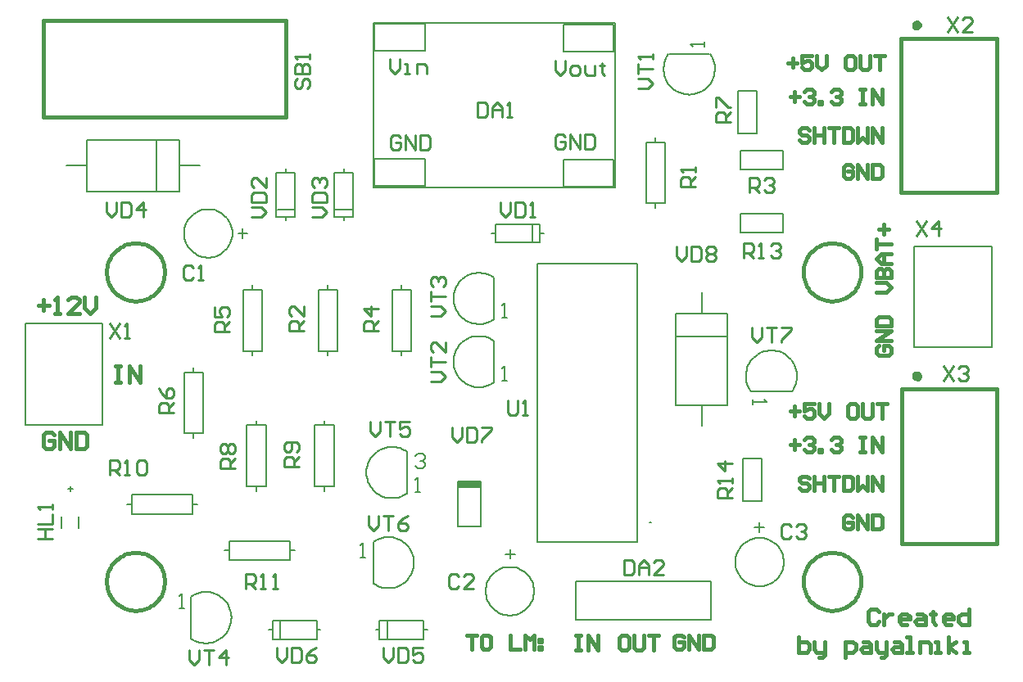
<source format=gto>
G04*
G04 #@! TF.GenerationSoftware,Altium Limited,Altium Designer,20.0.11 (256)*
G04*
G04 Layer_Color=65535*
%FSLAX25Y25*%
%MOIN*%
G70*
G01*
G75*
%ADD10C,0.00787*%
%ADD11C,0.00600*%
%ADD12C,0.02756*%
%ADD13C,0.01575*%
%ADD14C,0.00591*%
%ADD15C,0.01000*%
%ADD16R,0.09291X0.02622*%
D10*
X312601Y117047D02*
X313130Y117884D01*
X313577Y118766D01*
X313938Y119687D01*
X314210Y120638D01*
X314391Y121611D01*
X314479Y122596D01*
X314474Y123585D01*
X314374Y124570D01*
X314182Y125540D01*
X313899Y126488D01*
X313527Y127405D01*
X313071Y128282D01*
X312533Y129113D01*
X311919Y129888D01*
X311234Y130602D01*
X310485Y131248D01*
X309678Y131820D01*
X308820Y132313D01*
X307919Y132723D01*
X306984Y133045D01*
X306023Y133277D01*
X305043Y133418D01*
X304055Y133465D01*
X303067Y133418D01*
X302088Y133277D01*
X301126Y133045D01*
X300191Y132723D01*
X299290Y132313D01*
X298433Y131820D01*
X297626Y131248D01*
X296876Y130602D01*
X296192Y129888D01*
X295578Y129113D01*
X295040Y128282D01*
X294583Y127405D01*
X294211Y126488D01*
X293928Y125540D01*
X293736Y124570D01*
X293637Y123585D01*
X293631Y122596D01*
X293719Y121611D01*
X293900Y120638D01*
X294173Y119687D01*
X294534Y118766D01*
X294981Y117884D01*
X295509Y117047D01*
X262044Y254016D02*
X261516Y253179D01*
X261069Y252297D01*
X260708Y251376D01*
X260436Y250425D01*
X260255Y249452D01*
X260167Y248467D01*
X260172Y247478D01*
X260272Y246493D01*
X260464Y245523D01*
X260747Y244575D01*
X261118Y243658D01*
X261575Y242781D01*
X262113Y241950D01*
X262727Y241175D01*
X263412Y240461D01*
X264161Y239815D01*
X264968Y239243D01*
X265826Y238750D01*
X266726Y238340D01*
X267662Y238018D01*
X268623Y237786D01*
X269602Y237645D01*
X270591Y237598D01*
X271579Y237645D01*
X272558Y237786D01*
X273519Y238018D01*
X274455Y238340D01*
X275355Y238750D01*
X276213Y239243D01*
X277020Y239815D01*
X277769Y240461D01*
X278454Y241175D01*
X279068Y241950D01*
X279606Y242781D01*
X280063Y243658D01*
X280434Y244575D01*
X280717Y245523D01*
X280910Y246493D01*
X281009Y247478D01*
X281014Y248467D01*
X280926Y249452D01*
X280745Y250425D01*
X280473Y251376D01*
X280112Y252297D01*
X279665Y253179D01*
X279137Y254016D01*
X191024Y137405D02*
X190187Y137933D01*
X189305Y138380D01*
X188384Y138741D01*
X187433Y139013D01*
X186460Y139194D01*
X185475Y139282D01*
X184485Y139277D01*
X183501Y139177D01*
X182531Y138985D01*
X181583Y138702D01*
X180666Y138330D01*
X179789Y137874D01*
X178958Y137336D01*
X178183Y136722D01*
X177469Y136037D01*
X176823Y135288D01*
X176251Y134481D01*
X175758Y133623D01*
X175348Y132722D01*
X175026Y131787D01*
X174794Y130826D01*
X174653Y129846D01*
X174606Y128858D01*
X174653Y127870D01*
X174794Y126891D01*
X175026Y125929D01*
X175348Y124994D01*
X175758Y124094D01*
X176251Y123236D01*
X176823Y122429D01*
X177469Y121679D01*
X178183Y120995D01*
X178958Y120381D01*
X179789Y119843D01*
X180666Y119386D01*
X181583Y119014D01*
X182531Y118731D01*
X183501Y118539D01*
X184485Y118440D01*
X185475Y118434D01*
X186460Y118522D01*
X187433Y118703D01*
X188384Y118976D01*
X189305Y119337D01*
X190187Y119784D01*
X191024Y120312D01*
Y163153D02*
X190187Y163681D01*
X189305Y164128D01*
X188384Y164489D01*
X187433Y164761D01*
X186460Y164942D01*
X185475Y165030D01*
X184485Y165025D01*
X183501Y164925D01*
X182531Y164733D01*
X181583Y164450D01*
X180666Y164078D01*
X179789Y163622D01*
X178958Y163084D01*
X178183Y162470D01*
X177469Y161785D01*
X176823Y161036D01*
X176251Y160229D01*
X175758Y159371D01*
X175348Y158470D01*
X175026Y157535D01*
X174794Y156574D01*
X174653Y155594D01*
X174606Y154606D01*
X174653Y153618D01*
X174794Y152639D01*
X175026Y151677D01*
X175348Y150742D01*
X175758Y149842D01*
X176251Y148984D01*
X176823Y148177D01*
X177469Y147427D01*
X178183Y146743D01*
X178958Y146129D01*
X179789Y145591D01*
X180666Y145134D01*
X181583Y144762D01*
X182531Y144479D01*
X183501Y144287D01*
X184485Y144188D01*
X185475Y144182D01*
X186460Y144270D01*
X187433Y144451D01*
X188384Y144724D01*
X189305Y145085D01*
X190187Y145532D01*
X191024Y146060D01*
X67835Y16139D02*
X68671Y15610D01*
X69554Y15164D01*
X70475Y14803D01*
X71426Y14530D01*
X72398Y14349D01*
X73384Y14261D01*
X74373Y14267D01*
X75357Y14366D01*
X76328Y14558D01*
X77275Y14841D01*
X78192Y15213D01*
X79070Y15670D01*
X79900Y16207D01*
X80676Y16822D01*
X81389Y17506D01*
X82035Y18256D01*
X82607Y19063D01*
X83100Y19920D01*
X83510Y20821D01*
X83832Y21756D01*
X84065Y22718D01*
X84205Y23697D01*
X84252Y24685D01*
X84205Y25673D01*
X84065Y26652D01*
X83832Y27614D01*
X83510Y28549D01*
X83100Y29450D01*
X82607Y30307D01*
X82035Y31115D01*
X81389Y31864D01*
X80676Y32549D01*
X79900Y33163D01*
X79070Y33700D01*
X78192Y34157D01*
X77275Y34529D01*
X76328Y34812D01*
X75357Y35004D01*
X74373Y35103D01*
X73384Y35109D01*
X72398Y35021D01*
X71426Y34840D01*
X70475Y34568D01*
X69554Y34206D01*
X68671Y33760D01*
X67835Y33231D01*
X155590Y92286D02*
X154754Y92815D01*
X153872Y93262D01*
X152951Y93623D01*
X151999Y93895D01*
X151027Y94076D01*
X150042Y94164D01*
X149052Y94159D01*
X148068Y94059D01*
X147098Y93867D01*
X146150Y93584D01*
X145233Y93212D01*
X144355Y92756D01*
X143525Y92218D01*
X142750Y91604D01*
X142036Y90919D01*
X141390Y90170D01*
X140818Y89363D01*
X140325Y88505D01*
X139915Y87604D01*
X139593Y86669D01*
X139360Y85708D01*
X139220Y84728D01*
X139173Y83740D01*
X139220Y82752D01*
X139360Y81773D01*
X139593Y80811D01*
X139915Y79876D01*
X140325Y78975D01*
X140818Y78118D01*
X141390Y77311D01*
X142036Y76561D01*
X142750Y75877D01*
X143525Y75262D01*
X144355Y74725D01*
X145233Y74268D01*
X146150Y73896D01*
X147098Y73613D01*
X148068Y73421D01*
X149052Y73322D01*
X150042Y73316D01*
X151027Y73404D01*
X151999Y73585D01*
X152951Y73858D01*
X153872Y74219D01*
X154754Y74665D01*
X155590Y75194D01*
X142124Y38501D02*
X142961Y37973D01*
X143843Y37526D01*
X144764Y37165D01*
X145715Y36892D01*
X146688Y36711D01*
X147673Y36623D01*
X148663Y36629D01*
X149647Y36728D01*
X150617Y36920D01*
X151565Y37203D01*
X152482Y37575D01*
X153359Y38032D01*
X154190Y38570D01*
X154965Y39184D01*
X155679Y39869D01*
X156325Y40618D01*
X156897Y41425D01*
X157390Y42283D01*
X157800Y43183D01*
X158122Y44118D01*
X158355Y45080D01*
X158495Y46059D01*
X158542Y47047D01*
X158495Y48035D01*
X158355Y49015D01*
X158122Y49976D01*
X157800Y50911D01*
X157390Y51812D01*
X156897Y52670D01*
X156325Y53477D01*
X155679Y54226D01*
X154965Y54911D01*
X154190Y55525D01*
X153359Y56063D01*
X152482Y56520D01*
X151565Y56891D01*
X150617Y57174D01*
X149647Y57366D01*
X148663Y57466D01*
X147673Y57471D01*
X146688Y57383D01*
X145715Y57202D01*
X144764Y56930D01*
X143843Y56569D01*
X142961Y56122D01*
X142124Y55594D01*
X207418Y35433D02*
X207368Y36429D01*
X207217Y37414D01*
X206967Y38380D01*
X206621Y39314D01*
X206182Y40210D01*
X205654Y41056D01*
X205044Y41844D01*
X204357Y42567D01*
X203601Y43216D01*
X202782Y43786D01*
X201910Y44270D01*
X200994Y44663D01*
X200043Y44961D01*
X199066Y45162D01*
X198074Y45263D01*
X197077D01*
X196085Y45162D01*
X195109Y44961D01*
X194157Y44663D01*
X193241Y44270D01*
X192369Y43786D01*
X191551Y43216D01*
X190795Y42567D01*
X190108Y41844D01*
X189497Y41056D01*
X188970Y40210D01*
X188531Y39314D01*
X188185Y38380D01*
X187935Y37414D01*
X187784Y36429D01*
X187733Y35433D01*
X187784Y34437D01*
X187935Y33452D01*
X188185Y32487D01*
X188531Y31552D01*
X188970Y30656D01*
X189497Y29810D01*
X190108Y29022D01*
X190795Y28299D01*
X191551Y27650D01*
X192369Y27080D01*
X193241Y26596D01*
X194157Y26203D01*
X195109Y25905D01*
X196085Y25704D01*
X197077Y25603D01*
X198074D01*
X199066Y25704D01*
X200043Y25905D01*
X200994Y26203D01*
X201910Y26596D01*
X202782Y27080D01*
X203601Y27650D01*
X204357Y28299D01*
X205044Y29022D01*
X205654Y29810D01*
X206182Y30656D01*
X206621Y31552D01*
X206967Y32487D01*
X207217Y33452D01*
X207368Y34437D01*
X207418Y35433D01*
X309055Y47244D02*
X309005Y48240D01*
X308854Y49225D01*
X308604Y50191D01*
X308258Y51126D01*
X307818Y52021D01*
X307291Y52867D01*
X306681Y53655D01*
X305994Y54378D01*
X305237Y55027D01*
X304419Y55597D01*
X303547Y56081D01*
X302631Y56474D01*
X301680Y56772D01*
X300703Y56973D01*
X299711Y57074D01*
X298714D01*
X297722Y56973D01*
X296746Y56772D01*
X295794Y56474D01*
X294878Y56081D01*
X294006Y55597D01*
X293188Y55027D01*
X292431Y54378D01*
X291744Y53655D01*
X291134Y52867D01*
X290607Y52021D01*
X290168Y51126D01*
X289822Y50191D01*
X289572Y49225D01*
X289421Y48240D01*
X289370Y47244D01*
X289421Y46248D01*
X289572Y45263D01*
X289822Y44298D01*
X290168Y43363D01*
X290607Y42467D01*
X291134Y41621D01*
X291744Y40833D01*
X292431Y40110D01*
X293188Y39461D01*
X294006Y38891D01*
X294878Y38407D01*
X295794Y38014D01*
X296746Y37716D01*
X297722Y37515D01*
X298714Y37414D01*
X299711D01*
X300703Y37515D01*
X301680Y37716D01*
X302631Y38014D01*
X303547Y38407D01*
X304419Y38891D01*
X305237Y39461D01*
X305994Y40110D01*
X306681Y40833D01*
X307291Y41621D01*
X307818Y42467D01*
X308258Y43363D01*
X308604Y44298D01*
X308854Y45263D01*
X309005Y46248D01*
X309055Y47244D01*
X84646Y181102D02*
X84595Y182098D01*
X84444Y183084D01*
X84194Y184049D01*
X83848Y184984D01*
X83409Y185879D01*
X82881Y186725D01*
X82271Y187513D01*
X81584Y188236D01*
X80828Y188886D01*
X80010Y189455D01*
X79138Y189939D01*
X78221Y190332D01*
X77270Y190631D01*
X76294Y190831D01*
X75302Y190932D01*
X74305D01*
X73313Y190831D01*
X72336Y190631D01*
X71385Y190332D01*
X70469Y189939D01*
X69597Y189455D01*
X68779Y188886D01*
X68022Y188236D01*
X67335Y187513D01*
X66725Y186725D01*
X66197Y185879D01*
X65758Y184984D01*
X65412Y184049D01*
X65162Y183084D01*
X65011Y182098D01*
X64961Y181102D01*
X65011Y180107D01*
X65162Y179121D01*
X65412Y178156D01*
X65758Y177221D01*
X66197Y176326D01*
X66725Y175480D01*
X67335Y174691D01*
X68022Y173969D01*
X68779Y173319D01*
X69597Y172749D01*
X70469Y172266D01*
X71385Y171872D01*
X72336Y171574D01*
X73313Y171373D01*
X74305Y171273D01*
X75302D01*
X76294Y171373D01*
X77270Y171574D01*
X78221Y171872D01*
X79138Y172266D01*
X80010Y172750D01*
X80828Y173319D01*
X81584Y173969D01*
X82271Y174691D01*
X82882Y175480D01*
X83409Y176326D01*
X83848Y177221D01*
X84194Y178156D01*
X84444Y179121D01*
X84595Y180107D01*
X84646Y181102D01*
X295787Y116929D02*
X312323D01*
X262323Y254134D02*
X278858D01*
X191142Y120591D02*
Y137126D01*
Y146339D02*
Y162874D01*
X67716Y16417D02*
Y32953D01*
X155709Y75472D02*
Y92008D01*
X142006Y38780D02*
Y55315D01*
X291535Y181387D02*
X308858D01*
X291535Y189261D02*
X308858D01*
Y181387D02*
Y189261D01*
X291535Y181387D02*
Y189261D01*
X300197Y72047D02*
Y89370D01*
X292323Y72047D02*
Y89370D01*
X300197D01*
X292323Y72047D02*
X300197D01*
X298228Y221654D02*
Y238976D01*
X290354Y221654D02*
Y238976D01*
X298228D01*
X290354Y221654D02*
X298228D01*
X291535Y207073D02*
X308858D01*
X291535Y214947D02*
X308858D01*
Y207073D02*
Y214947D01*
X291535Y207073D02*
Y214947D01*
X176457Y61742D02*
Y79990D01*
X185748D01*
Y61742D02*
Y79990D01*
X176457Y61742D02*
X185748D01*
X53634Y198504D02*
Y218819D01*
X17126Y208661D02*
X25583D01*
X62984D02*
X71441D01*
X62984Y198228D02*
Y219094D01*
X25583D02*
X62984D01*
X25583Y198228D02*
Y219094D01*
Y198228D02*
X62984D01*
X286022Y111205D02*
Y148607D01*
X265156Y111205D02*
X286022D01*
X265156D02*
Y148607D01*
X286022D01*
X275589D02*
Y157064D01*
Y102749D02*
Y111205D01*
X265432Y139257D02*
X285747D01*
X279528Y23622D02*
Y39370D01*
X224410D02*
X279528D01*
X224410Y23622D02*
Y39370D01*
Y23622D02*
X279528D01*
X190236Y181102D02*
X191811D01*
X209764D02*
X211339D01*
X206693Y177736D02*
Y184468D01*
X209764Y177342D02*
Y184862D01*
X191811D02*
X209764D01*
X191811Y177342D02*
Y184862D01*
Y177342D02*
X209764D01*
X162520Y19685D02*
X164094D01*
X142992D02*
X144567D01*
X147638Y16319D02*
Y23051D01*
X144567Y15925D02*
Y23445D01*
Y15925D02*
X162520D01*
Y23445D01*
X144567D02*
X162520D01*
X118965Y19685D02*
X120539D01*
X99437D02*
X101012D01*
X104083Y16319D02*
Y23051D01*
X101012Y15925D02*
Y23445D01*
Y15925D02*
X118965D01*
Y23445D01*
X101012D02*
X118965D01*
X219306Y257975D02*
Y263487D01*
X239836Y255217D02*
Y266240D01*
X219305D02*
X239836D01*
X219305Y255217D02*
X239836D01*
X219306Y263487D02*
Y266243D01*
Y255219D02*
Y257975D01*
X163096Y258167D02*
Y263679D01*
X142565Y255413D02*
Y266437D01*
Y255413D02*
X163097D01*
X142565Y266437D02*
X163097D01*
X163096Y255411D02*
Y258167D01*
Y263679D02*
Y266434D01*
X219306Y202857D02*
Y208369D01*
X239836Y200099D02*
Y211122D01*
X219305D02*
X239836D01*
X219305Y200099D02*
X239836D01*
X219306Y208369D02*
Y211125D01*
Y200101D02*
Y202857D01*
X163096Y203049D02*
Y208560D01*
X142565Y200295D02*
Y211319D01*
Y200295D02*
X163097D01*
X142565Y211319D02*
X163097D01*
X163096Y200293D02*
Y203049D01*
Y208560D02*
Y211316D01*
X106299Y205827D02*
Y207402D01*
Y186299D02*
Y187874D01*
X102933Y190945D02*
X109665D01*
X102539Y187874D02*
X110059D01*
Y205827D01*
X102539D02*
X110059D01*
X102539Y187874D02*
Y205827D01*
X17717Y76968D02*
X19685D01*
X18701Y75984D02*
Y77953D01*
X15157Y61024D02*
Y65945D01*
X22244Y61024D02*
Y65945D01*
X129921Y205827D02*
Y207402D01*
Y186299D02*
Y187874D01*
X126555Y190945D02*
X133287D01*
X126161Y187874D02*
X133681D01*
Y205827D01*
X126161D02*
X133681D01*
X126161Y187874D02*
Y205827D01*
D11*
X255097Y63450D02*
X254497D01*
X255097D01*
X249548Y55469D02*
Y168669D01*
X208748Y55469D02*
X249548D01*
X208748D02*
Y168669D01*
X249548D01*
D12*
X364075Y265709D02*
X363531Y266458D01*
X362650Y266172D01*
Y265246D01*
X363531Y264960D01*
X364075Y265709D01*
X364134Y122832D02*
X363590Y123581D01*
X362710Y123294D01*
Y122369D01*
X363590Y122083D01*
X364134Y122832D01*
D13*
X340551Y165354D02*
X340509Y166356D01*
X340381Y167350D01*
X340170Y168330D01*
X339877Y169289D01*
X339503Y170219D01*
X339051Y171115D01*
X338526Y171968D01*
X337930Y172774D01*
X337267Y173527D01*
X336543Y174221D01*
X335763Y174850D01*
X334933Y175412D01*
X334057Y175901D01*
X333144Y176314D01*
X332199Y176648D01*
X331228Y176900D01*
X330240Y177070D01*
X329241Y177155D01*
X328239D01*
X327240Y177070D01*
X326252Y176900D01*
X325282Y176648D01*
X324336Y176314D01*
X323423Y175901D01*
X322548Y175412D01*
X321717Y174850D01*
X320937Y174221D01*
X320213Y173527D01*
X319551Y172774D01*
X318955Y171968D01*
X318429Y171115D01*
X317978Y170219D01*
X317604Y169289D01*
X317310Y168330D01*
X317099Y167350D01*
X316972Y166356D01*
X316929Y165354D01*
X316972Y164353D01*
X317099Y163358D01*
X317310Y162378D01*
X317604Y161420D01*
X317978Y160489D01*
X318429Y159594D01*
X318955Y158740D01*
X319551Y157934D01*
X320213Y157182D01*
X320937Y156488D01*
X321717Y155858D01*
X322548Y155297D01*
X323423Y154808D01*
X324336Y154395D01*
X325282Y154061D01*
X326252Y153808D01*
X327240Y153639D01*
X328239Y153554D01*
X329241D01*
X330240Y153639D01*
X331228Y153808D01*
X332199Y154061D01*
X333144Y154395D01*
X334058Y154808D01*
X334933Y155297D01*
X335763Y155858D01*
X336543Y156488D01*
X337267Y157182D01*
X337930Y157934D01*
X338526Y158740D01*
X339051Y159594D01*
X339503Y160489D01*
X339877Y161420D01*
X340170Y162378D01*
X340381Y163358D01*
X340509Y164353D01*
X340551Y165354D01*
X57087D02*
X57044Y166356D01*
X56917Y167350D01*
X56705Y168330D01*
X56412Y169289D01*
X56038Y170219D01*
X55587Y171115D01*
X55061Y171968D01*
X54465Y172774D01*
X53803Y173527D01*
X53079Y174221D01*
X52299Y174850D01*
X51468Y175412D01*
X50593Y175901D01*
X49679Y176314D01*
X48734Y176648D01*
X47764Y176900D01*
X46776Y177070D01*
X45777Y177155D01*
X44774D01*
X43775Y177070D01*
X42787Y176900D01*
X41817Y176648D01*
X40872Y176314D01*
X39958Y175901D01*
X39083Y175412D01*
X38252Y174850D01*
X37472Y174221D01*
X36749Y173527D01*
X36086Y172774D01*
X35490Y171968D01*
X34964Y171115D01*
X34513Y170219D01*
X34139Y169289D01*
X33846Y168330D01*
X33634Y167350D01*
X33507Y166356D01*
X33465Y165354D01*
X33507Y164353D01*
X33634Y163358D01*
X33846Y162378D01*
X34139Y161420D01*
X34513Y160489D01*
X34964Y159594D01*
X35490Y158740D01*
X36086Y157934D01*
X36749Y157182D01*
X37472Y156488D01*
X38252Y155858D01*
X39083Y155297D01*
X39958Y154808D01*
X40872Y154395D01*
X41817Y154061D01*
X42787Y153808D01*
X43775Y153639D01*
X44774Y153554D01*
X45777D01*
X46776Y153639D01*
X47764Y153808D01*
X48734Y154061D01*
X49679Y154395D01*
X50593Y154808D01*
X51468Y155297D01*
X52299Y155858D01*
X53079Y156488D01*
X53803Y157182D01*
X54465Y157934D01*
X55061Y158740D01*
X55587Y159594D01*
X56038Y160489D01*
X56412Y161420D01*
X56705Y162378D01*
X56917Y163358D01*
X57044Y164353D01*
X57087Y165354D01*
X340551Y39370D02*
X340509Y40372D01*
X340381Y41366D01*
X340170Y42346D01*
X339877Y43305D01*
X339503Y44235D01*
X339051Y45130D01*
X338526Y45984D01*
X337930Y46790D01*
X337267Y47543D01*
X336543Y48236D01*
X335763Y48866D01*
X334933Y49428D01*
X334057Y49916D01*
X333144Y50329D01*
X332199Y50663D01*
X331228Y50916D01*
X330240Y51085D01*
X329241Y51170D01*
X328239D01*
X327240Y51085D01*
X326252Y50916D01*
X325282Y50663D01*
X324336Y50329D01*
X323423Y49916D01*
X322548Y49428D01*
X321717Y48866D01*
X320937Y48236D01*
X320213Y47543D01*
X319551Y46790D01*
X318955Y45984D01*
X318429Y45130D01*
X317978Y44235D01*
X317604Y43305D01*
X317310Y42346D01*
X317099Y41366D01*
X316972Y40372D01*
X316929Y39370D01*
X316972Y38368D01*
X317099Y37374D01*
X317310Y36394D01*
X317604Y35435D01*
X317978Y34505D01*
X318429Y33610D01*
X318955Y32756D01*
X319551Y31950D01*
X320213Y31198D01*
X320937Y30504D01*
X321717Y29874D01*
X322548Y29313D01*
X323423Y28824D01*
X324336Y28411D01*
X325282Y28077D01*
X326252Y27824D01*
X327240Y27655D01*
X328239Y27570D01*
X329241D01*
X330240Y27655D01*
X331228Y27824D01*
X332199Y28077D01*
X333144Y28411D01*
X334058Y28824D01*
X334933Y29313D01*
X335763Y29874D01*
X336543Y30504D01*
X337267Y31198D01*
X337930Y31950D01*
X338526Y32756D01*
X339051Y33610D01*
X339503Y34505D01*
X339877Y35435D01*
X340170Y36394D01*
X340381Y37374D01*
X340509Y38368D01*
X340551Y39370D01*
X57087D02*
X57044Y40372D01*
X56917Y41366D01*
X56705Y42346D01*
X56412Y43305D01*
X56038Y44235D01*
X55587Y45130D01*
X55061Y45984D01*
X54465Y46790D01*
X53803Y47543D01*
X53079Y48236D01*
X52299Y48866D01*
X51468Y49428D01*
X50593Y49916D01*
X49679Y50329D01*
X48734Y50663D01*
X47764Y50916D01*
X46776Y51085D01*
X45777Y51170D01*
X44774D01*
X43775Y51085D01*
X42787Y50916D01*
X41817Y50663D01*
X40872Y50329D01*
X39958Y49916D01*
X39083Y49428D01*
X38252Y48866D01*
X37472Y48236D01*
X36749Y47543D01*
X36086Y46790D01*
X35490Y45984D01*
X34964Y45130D01*
X34513Y44235D01*
X34139Y43305D01*
X33846Y42346D01*
X33634Y41366D01*
X33507Y40372D01*
X33465Y39370D01*
X33507Y38368D01*
X33634Y37374D01*
X33846Y36394D01*
X34139Y35435D01*
X34513Y34505D01*
X34964Y33610D01*
X35490Y32756D01*
X36086Y31950D01*
X36749Y31198D01*
X37472Y30504D01*
X38252Y29874D01*
X39083Y29313D01*
X39958Y28824D01*
X40872Y28411D01*
X41817Y28077D01*
X42787Y27824D01*
X43775Y27655D01*
X44774Y27570D01*
X45777D01*
X46776Y27655D01*
X47764Y27824D01*
X48734Y28077D01*
X49679Y28411D01*
X50593Y28824D01*
X51468Y29313D01*
X52299Y29874D01*
X53079Y30504D01*
X53803Y31198D01*
X54465Y31950D01*
X55061Y32756D01*
X55587Y33610D01*
X56038Y34505D01*
X56412Y35435D01*
X56705Y36394D01*
X56917Y37374D01*
X57044Y38368D01*
X57087Y39370D01*
X356890Y260591D02*
X395669D01*
Y197795D02*
Y260591D01*
X356890Y197795D02*
X395669D01*
X356890D02*
Y260591D01*
X356949Y54918D02*
Y117713D01*
Y54918D02*
X395729D01*
Y117713D01*
X356949D02*
X395729D01*
X7874Y228346D02*
Y267717D01*
X106299D01*
X7874Y228346D02*
X106299D01*
Y267717D01*
X347698Y27152D02*
X346649Y28201D01*
X344550D01*
X343500Y27152D01*
Y22954D01*
X344550Y21904D01*
X346649D01*
X347698Y22954D01*
X349798Y26102D02*
Y21904D01*
Y24003D01*
X350847Y25053D01*
X351897Y26102D01*
X352946D01*
X359243Y21904D02*
X357144D01*
X356095Y22954D01*
Y25053D01*
X357144Y26102D01*
X359243D01*
X360293Y25053D01*
Y24003D01*
X356095D01*
X363441Y26102D02*
X365540D01*
X366590Y25053D01*
Y21904D01*
X363441D01*
X362392Y22954D01*
X363441Y24003D01*
X366590D01*
X369739Y27152D02*
Y26102D01*
X368689D01*
X370788D01*
X369739D01*
Y22954D01*
X370788Y21904D01*
X377085D02*
X374986D01*
X373937Y22954D01*
Y25053D01*
X374986Y26102D01*
X377085D01*
X378135Y25053D01*
Y24003D01*
X373937D01*
X384432Y28201D02*
Y21904D01*
X381283D01*
X380234Y22954D01*
Y25053D01*
X381283Y26102D01*
X384432D01*
X315163Y16865D02*
Y10568D01*
X318312D01*
X319361Y11618D01*
Y12667D01*
Y13717D01*
X318312Y14766D01*
X315163D01*
X321460D02*
Y11618D01*
X322510Y10568D01*
X325658D01*
Y9519D01*
X324609Y8469D01*
X323559D01*
X325658Y10568D02*
Y14766D01*
X334055Y8469D02*
Y14766D01*
X337203D01*
X338253Y13717D01*
Y11618D01*
X337203Y10568D01*
X334055D01*
X341401Y14766D02*
X343500D01*
X344550Y13717D01*
Y10568D01*
X341401D01*
X340352Y11618D01*
X341401Y12667D01*
X344550D01*
X346649Y14766D02*
Y11618D01*
X347698Y10568D01*
X350847D01*
Y9519D01*
X349798Y8469D01*
X348748D01*
X350847Y10568D02*
Y14766D01*
X353996D02*
X356095D01*
X357144Y13717D01*
Y10568D01*
X353996D01*
X352946Y11618D01*
X353996Y12667D01*
X357144D01*
X359243Y10568D02*
X361342D01*
X360293D01*
Y16865D01*
X359243D01*
X364491Y10568D02*
Y14766D01*
X367639D01*
X368689Y13717D01*
Y10568D01*
X370788D02*
X372887D01*
X371838D01*
Y14766D01*
X370788D01*
X376036Y10568D02*
Y16865D01*
Y12667D02*
X379184Y14766D01*
X376036Y12667D02*
X379184Y10568D01*
X382333D02*
X384432D01*
X383382D01*
Y14766D01*
X382333D01*
X180020Y17616D02*
X183955D01*
X181988D01*
Y11713D01*
X188875Y17616D02*
X186907D01*
X185923Y16632D01*
Y12697D01*
X186907Y11713D01*
X188875D01*
X189859Y12697D01*
Y16632D01*
X188875Y17616D01*
X197731D02*
Y11713D01*
X201666D01*
X203634D02*
Y17616D01*
X205602Y15648D01*
X207570Y17616D01*
Y11713D01*
X209538Y15648D02*
X210522D01*
Y14664D01*
X209538D01*
Y15648D01*
Y12697D02*
X210522D01*
Y11713D01*
X209538D01*
Y12697D01*
X347836Y135432D02*
X346852Y134448D01*
Y132480D01*
X347836Y131496D01*
X351772D01*
X352756Y132480D01*
Y134448D01*
X351772Y135432D01*
X349804D01*
Y133464D01*
X352756Y137400D02*
X346852D01*
X352756Y141335D01*
X346852D01*
Y143303D02*
X352756D01*
Y146255D01*
X351772Y147239D01*
X347836D01*
X346852Y146255D01*
Y143303D01*
X346852Y157087D02*
X350788D01*
X352756Y159055D01*
X350788Y161022D01*
X346852D01*
Y162990D02*
X352756D01*
Y165942D01*
X351772Y166926D01*
X350788D01*
X349804Y165942D01*
Y162990D01*
Y165942D01*
X348820Y166926D01*
X347836D01*
X346852Y165942D01*
Y162990D01*
X352756Y168894D02*
X348820D01*
X346852Y170862D01*
X348820Y172829D01*
X352756D01*
X349804D01*
Y168894D01*
X346852Y174797D02*
Y178733D01*
Y176765D01*
X352756D01*
X349804Y180701D02*
Y184637D01*
X347836Y182669D02*
X351772D01*
X268503Y16632D02*
X267519Y17616D01*
X265551D01*
X264567Y16632D01*
Y12697D01*
X265551Y11713D01*
X267519D01*
X268503Y12697D01*
Y14664D01*
X266535D01*
X270470Y11713D02*
Y17616D01*
X274406Y11713D01*
Y17616D01*
X276374D02*
Y11713D01*
X279326D01*
X280310Y12697D01*
Y16632D01*
X279326Y17616D01*
X276374D01*
X224508Y17419D02*
X226476D01*
X225492D01*
Y11516D01*
X224508D01*
X226476D01*
X229428D02*
Y17419D01*
X233363Y11516D01*
Y17419D01*
X245176D02*
X243208D01*
X242224Y16435D01*
Y12500D01*
X243208Y11516D01*
X245176D01*
X246160Y12500D01*
Y16435D01*
X245176Y17419D01*
X248128D02*
Y12500D01*
X249112Y11516D01*
X251080D01*
X252064Y12500D01*
Y17419D01*
X254032D02*
X257967D01*
X255999D01*
Y11516D01*
X311614Y108857D02*
X315550D01*
X313582Y110825D02*
Y106889D01*
X321453Y111809D02*
X317518D01*
Y108857D01*
X319486Y109841D01*
X320470D01*
X321453Y108857D01*
Y106889D01*
X320470Y105905D01*
X318502D01*
X317518Y106889D01*
X323421Y111809D02*
Y107873D01*
X325389Y105905D01*
X327357Y107873D01*
Y111809D01*
X338180D02*
X336212D01*
X335229Y110825D01*
Y106889D01*
X336212Y105905D01*
X338180D01*
X339164Y106889D01*
Y110825D01*
X338180Y111809D01*
X341132D02*
Y106889D01*
X342116Y105905D01*
X344084D01*
X345068Y106889D01*
Y111809D01*
X347036D02*
X350972D01*
X349004D01*
Y105905D01*
X337204Y65550D02*
X336220Y66533D01*
X334252D01*
X333268Y65550D01*
Y61614D01*
X334252Y60630D01*
X336220D01*
X337204Y61614D01*
Y63582D01*
X335236D01*
X339171Y60630D02*
Y66533D01*
X343107Y60630D01*
Y66533D01*
X345075D02*
Y60630D01*
X348027D01*
X349011Y61614D01*
Y65550D01*
X348027Y66533D01*
X345075D01*
X311614Y95078D02*
X315550D01*
X313582Y97046D02*
Y93110D01*
X317518Y97046D02*
X318502Y98030D01*
X320470D01*
X321453Y97046D01*
Y96062D01*
X320470Y95078D01*
X319486D01*
X320470D01*
X321453Y94094D01*
Y93110D01*
X320470Y92126D01*
X318502D01*
X317518Y93110D01*
X323421Y92126D02*
Y93110D01*
X324405D01*
Y92126D01*
X323421D01*
X328341Y97046D02*
X329325Y98030D01*
X331293D01*
X332277Y97046D01*
Y96062D01*
X331293Y95078D01*
X330309D01*
X331293D01*
X332277Y94094D01*
Y93110D01*
X331293Y92126D01*
X329325D01*
X328341Y93110D01*
X340148Y98030D02*
X342116D01*
X341132D01*
Y92126D01*
X340148D01*
X342116D01*
X345068D02*
Y98030D01*
X349004Y92126D01*
Y98030D01*
X319487Y81298D02*
X318503Y82282D01*
X316535D01*
X315551Y81298D01*
Y80314D01*
X316535Y79330D01*
X318503D01*
X319487Y78346D01*
Y77362D01*
X318503Y76378D01*
X316535D01*
X315551Y77362D01*
X321455Y82282D02*
Y76378D01*
Y79330D01*
X325391D01*
Y82282D01*
Y76378D01*
X327358Y82282D02*
X331294D01*
X329326D01*
Y76378D01*
X333262Y82282D02*
Y76378D01*
X336214D01*
X337198Y77362D01*
Y81298D01*
X336214Y82282D01*
X333262D01*
X339166D02*
Y76378D01*
X341133Y78346D01*
X343101Y76378D01*
Y82282D01*
X345069Y76378D02*
Y82282D01*
X349005Y76378D01*
Y82282D01*
X319487Y223030D02*
X318503Y224014D01*
X316535D01*
X315551Y223030D01*
Y222046D01*
X316535Y221062D01*
X318503D01*
X319487Y220078D01*
Y219094D01*
X318503Y218110D01*
X316535D01*
X315551Y219094D01*
X321455Y224014D02*
Y218110D01*
Y221062D01*
X325391D01*
Y224014D01*
Y218110D01*
X327358Y224014D02*
X331294D01*
X329326D01*
Y218110D01*
X333262Y224014D02*
Y218110D01*
X336214D01*
X337198Y219094D01*
Y223030D01*
X336214Y224014D01*
X333262D01*
X339166D02*
Y218110D01*
X341133Y220078D01*
X343101Y218110D01*
Y224014D01*
X345069Y218110D02*
Y224014D01*
X349005Y218110D01*
Y224014D01*
X311614Y236810D02*
X315550D01*
X313582Y238778D02*
Y234842D01*
X317518Y238778D02*
X318502Y239762D01*
X320470D01*
X321453Y238778D01*
Y237794D01*
X320470Y236810D01*
X319486D01*
X320470D01*
X321453Y235826D01*
Y234842D01*
X320470Y233858D01*
X318502D01*
X317518Y234842D01*
X323421Y233858D02*
Y234842D01*
X324405D01*
Y233858D01*
X323421D01*
X328341Y238778D02*
X329325Y239762D01*
X331293D01*
X332277Y238778D01*
Y237794D01*
X331293Y236810D01*
X330309D01*
X331293D01*
X332277Y235826D01*
Y234842D01*
X331293Y233858D01*
X329325D01*
X328341Y234842D01*
X340148Y239762D02*
X342116D01*
X341132D01*
Y233858D01*
X340148D01*
X342116D01*
X345068D02*
Y239762D01*
X349004Y233858D01*
Y239762D01*
X337204Y208266D02*
X336220Y209250D01*
X334252D01*
X333268Y208266D01*
Y204330D01*
X334252Y203346D01*
X336220D01*
X337204Y204330D01*
Y206298D01*
X335236D01*
X339171Y203346D02*
Y209250D01*
X343107Y203346D01*
Y209250D01*
X345075D02*
Y203346D01*
X348027D01*
X349011Y204330D01*
Y208266D01*
X348027Y209250D01*
X345075D01*
X310630Y250590D02*
X314566D01*
X312598Y252557D02*
Y248622D01*
X320469Y253541D02*
X316533D01*
Y250590D01*
X318501Y251573D01*
X319485D01*
X320469Y250590D01*
Y248622D01*
X319485Y247638D01*
X317517D01*
X316533Y248622D01*
X322437Y253541D02*
Y249606D01*
X324405Y247638D01*
X326373Y249606D01*
Y253541D01*
X337196D02*
X335228D01*
X334244Y252557D01*
Y248622D01*
X335228Y247638D01*
X337196D01*
X338180Y248622D01*
Y252557D01*
X337196Y253541D01*
X340148D02*
Y248622D01*
X341132Y247638D01*
X343100D01*
X344084Y248622D01*
Y253541D01*
X346052D02*
X349987D01*
X348019D01*
Y247638D01*
X12181Y98960D02*
X11066Y100075D01*
X8835D01*
X7720Y98960D01*
Y94499D01*
X8835Y93384D01*
X11066D01*
X12181Y94499D01*
Y96729D01*
X9950D01*
X14411Y93384D02*
Y100075D01*
X18871Y93384D01*
Y100075D01*
X21102D02*
Y93384D01*
X24447D01*
X25562Y94499D01*
Y98960D01*
X24447Y100075D01*
X21102D01*
X5588Y151893D02*
X10048D01*
X7818Y154123D02*
Y149663D01*
X12279Y148547D02*
X14509D01*
X13394D01*
Y155238D01*
X12279Y154123D01*
X22315Y148547D02*
X17854D01*
X22315Y153008D01*
Y154123D01*
X21200Y155238D01*
X18969D01*
X17854Y154123D01*
X24545Y155238D02*
Y150778D01*
X26775Y148547D01*
X29005Y150778D01*
Y155238D01*
X37017Y127054D02*
X39247D01*
X38132D01*
Y120363D01*
X37017D01*
X39247D01*
X42593D02*
Y127054D01*
X47053Y120363D01*
Y127054D01*
D14*
X362205Y175886D02*
X393701D01*
X362205Y134705D02*
Y175886D01*
Y134705D02*
X393701D01*
Y175886D01*
X256890Y191339D02*
Y193307D01*
Y218110D02*
Y220079D01*
X252953Y193307D02*
X260827D01*
Y218110D01*
X252953D02*
X260827D01*
X252953Y193307D02*
Y218110D01*
X122047Y76181D02*
Y78150D01*
Y102953D02*
Y104921D01*
X118110Y78150D02*
X125984D01*
Y102953D01*
X118110D02*
X125984D01*
X118110Y78150D02*
Y102953D01*
X81299Y51968D02*
X83268D01*
X108071D02*
X110039D01*
X83268Y48031D02*
Y55905D01*
Y48031D02*
X108071D01*
Y55905D01*
X83268D02*
X108071D01*
X41732Y70866D02*
X43701D01*
X68504D02*
X70472D01*
X43701Y66929D02*
Y74803D01*
Y66929D02*
X68504D01*
Y74803D01*
X43701D02*
X68504D01*
X141992Y199709D02*
X240417D01*
X141992D02*
Y266638D01*
X240417D01*
Y199709D02*
Y266638D01*
X92883Y131299D02*
Y133268D01*
Y158071D02*
Y160039D01*
X88946Y133268D02*
X96821D01*
Y158071D01*
X88946D02*
X96821D01*
X88946Y133268D02*
Y158071D01*
X153543Y131299D02*
Y133268D01*
Y158071D02*
Y160039D01*
X149606Y133268D02*
X157480D01*
Y158071D01*
X149606D02*
X157480D01*
X149606Y133268D02*
Y158071D01*
X94488Y76181D02*
Y78150D01*
Y102953D02*
Y104921D01*
X90551Y78150D02*
X98425D01*
Y102953D01*
X90551D02*
X98425D01*
X90551Y78150D02*
Y102953D01*
X68898Y97835D02*
Y99803D01*
Y124606D02*
Y126575D01*
X64961Y99803D02*
X72835D01*
Y124606D01*
X64961D02*
X72835D01*
X64961Y99803D02*
Y124606D01*
X295Y144390D02*
X31791D01*
X295Y103209D02*
Y144390D01*
Y103209D02*
X31791D01*
Y144390D01*
X123581Y131299D02*
Y133268D01*
Y158071D02*
Y160039D01*
X119643Y133268D02*
X127517D01*
Y158071D01*
X119643D02*
X127517D01*
X119643Y133268D02*
Y158071D01*
X296264Y113500D02*
Y111532D01*
Y112516D01*
X302167D01*
X301184Y113500D01*
X276914Y257040D02*
Y259008D01*
Y258024D01*
X271010D01*
X271994Y257040D01*
X194571Y121067D02*
X196539D01*
X195555D01*
Y126971D01*
X194571Y125987D01*
Y146815D02*
X196539D01*
X195555D01*
Y152719D01*
X194571Y151735D01*
X62992Y28543D02*
X64960D01*
X63976D01*
Y34447D01*
X62992Y33463D01*
X159138Y90498D02*
X160122Y91482D01*
X162090D01*
X163074Y90498D01*
Y89514D01*
X162090Y88531D01*
X161106D01*
X162090D01*
X163074Y87547D01*
Y86563D01*
X162090Y85579D01*
X160122D01*
X159138Y86563D01*
Y75949D02*
X161106D01*
X160122D01*
Y81852D01*
X159138Y80869D01*
X136811Y49213D02*
X138779D01*
X137795D01*
Y55116D01*
X136811Y54132D01*
X197673Y52559D02*
Y48623D01*
X199641Y50591D02*
X195705D01*
X299212Y63484D02*
Y59548D01*
X301180Y61516D02*
X297244D01*
X90866Y181054D02*
X86930D01*
X88898Y179086D02*
Y183021D01*
D15*
X153083Y220012D02*
X152083Y221012D01*
X150084D01*
X149084Y220012D01*
Y216014D01*
X150084Y215014D01*
X152083D01*
X153083Y216014D01*
Y218013D01*
X151084D01*
X155082Y215014D02*
Y221012D01*
X159081Y215014D01*
Y221012D01*
X161080D02*
Y215014D01*
X164079D01*
X165079Y216014D01*
Y220012D01*
X164079Y221012D01*
X161080D01*
X220206Y220485D02*
X219206Y221485D01*
X217207D01*
X216207Y220485D01*
Y216487D01*
X217207Y215487D01*
X219206D01*
X220206Y216487D01*
Y218486D01*
X218207D01*
X222205Y215487D02*
Y221485D01*
X226204Y215487D01*
Y221485D01*
X228203D02*
Y215487D01*
X231202D01*
X232202Y216487D01*
Y220485D01*
X231202Y221485D01*
X228203D01*
X216126Y251382D02*
Y247384D01*
X218125Y245384D01*
X220125Y247384D01*
Y251382D01*
X223124Y245384D02*
X225123D01*
X226123Y246384D01*
Y248383D01*
X225123Y249383D01*
X223124D01*
X222124Y248383D01*
Y246384D01*
X223124Y245384D01*
X228122Y249383D02*
Y246384D01*
X229122Y245384D01*
X232121D01*
Y249383D01*
X235120Y250383D02*
Y249383D01*
X234120D01*
X236119D01*
X235120D01*
Y246384D01*
X236119Y245384D01*
X148892Y252081D02*
Y248082D01*
X150891Y246083D01*
X152891Y248082D01*
Y252081D01*
X154890Y246083D02*
X156889D01*
X155889D01*
Y250082D01*
X154890D01*
X159888Y246083D02*
Y250082D01*
X162887D01*
X163887Y249082D01*
Y246083D01*
X295967Y142948D02*
Y138949D01*
X297967Y136950D01*
X299966Y138949D01*
Y142948D01*
X301965D02*
X305964D01*
X303964D01*
Y136950D01*
X307963Y142948D02*
X311962D01*
Y141948D01*
X307963Y137950D01*
Y136950D01*
X288221Y73498D02*
X282223D01*
Y76497D01*
X283223Y77496D01*
X285222D01*
X286222Y76497D01*
Y73498D01*
Y75497D02*
X288221Y77496D01*
Y79496D02*
Y81495D01*
Y80495D01*
X282223D01*
X283223Y79496D01*
X288221Y87493D02*
X282223D01*
X285222Y84494D01*
Y88493D01*
X292699Y171214D02*
Y177212D01*
X295698D01*
X296698Y176212D01*
Y174213D01*
X295698Y173213D01*
X292699D01*
X294699D02*
X296698Y171214D01*
X298697D02*
X300697D01*
X299697D01*
Y177212D01*
X298697Y176212D01*
X303696D02*
X304695Y177212D01*
X306695D01*
X307694Y176212D01*
Y175212D01*
X306695Y174213D01*
X305695D01*
X306695D01*
X307694Y173213D01*
Y172213D01*
X306695Y171214D01*
X304695D01*
X303696Y172213D01*
X363112Y186070D02*
X367111Y180072D01*
Y186070D02*
X363112Y180072D01*
X372109D02*
Y186070D01*
X369110Y183071D01*
X373109D01*
X373939Y127015D02*
X377937Y121017D01*
Y127015D02*
X373939Y121017D01*
X379937Y126015D02*
X380936Y127015D01*
X382936D01*
X383935Y126015D01*
Y125015D01*
X382936Y124016D01*
X381936D01*
X382936D01*
X383935Y123016D01*
Y122016D01*
X382936Y121017D01*
X380936D01*
X379937Y122016D01*
X375848Y269223D02*
X379846Y263225D01*
Y269223D02*
X375848Y263225D01*
X385844D02*
X381846D01*
X385844Y267223D01*
Y268223D01*
X384845Y269223D01*
X382845D01*
X381846Y268223D01*
X34797Y144377D02*
X38796Y138379D01*
Y144377D02*
X34797Y138379D01*
X40795D02*
X42795D01*
X41795D01*
Y144377D01*
X40795Y143377D01*
X140086Y66134D02*
Y62135D01*
X142086Y60136D01*
X144085Y62135D01*
Y66134D01*
X146084D02*
X150083D01*
X148084D01*
Y60136D01*
X156081Y66134D02*
X154082Y65134D01*
X152082Y63135D01*
Y61135D01*
X153082Y60136D01*
X155081D01*
X156081Y61135D01*
Y62135D01*
X155081Y63135D01*
X152082D01*
X140625Y104534D02*
Y100536D01*
X142624Y98536D01*
X144623Y100536D01*
Y104534D01*
X146623D02*
X150621D01*
X148622D01*
Y98536D01*
X156620Y104534D02*
X152621D01*
Y101535D01*
X154620Y102535D01*
X155620D01*
X156620Y101535D01*
Y99536D01*
X155620Y98536D01*
X153620D01*
X152621Y99536D01*
X67109Y11567D02*
Y7569D01*
X69108Y5569D01*
X71107Y7569D01*
Y11567D01*
X73107D02*
X77105D01*
X75106D01*
Y5569D01*
X82104D02*
Y11567D01*
X79105Y8568D01*
X83103D01*
X165308Y147593D02*
X169307D01*
X171306Y149592D01*
X169307Y151592D01*
X165308D01*
Y153591D02*
Y157590D01*
Y155590D01*
X171306D01*
X166308Y159589D02*
X165308Y160589D01*
Y162588D01*
X166308Y163588D01*
X167307D01*
X168307Y162588D01*
Y161589D01*
Y162588D01*
X169307Y163588D01*
X170306D01*
X171306Y162588D01*
Y160589D01*
X170306Y159589D01*
X165308Y120861D02*
X169307D01*
X171306Y122860D01*
X169307Y124860D01*
X165308D01*
Y126859D02*
Y130858D01*
Y128858D01*
X171306D01*
Y136856D02*
Y132857D01*
X167307Y136856D01*
X166308D01*
X165308Y135856D01*
Y133857D01*
X166308Y132857D01*
X249816Y240259D02*
X253814D01*
X255814Y242259D01*
X253814Y244258D01*
X249816D01*
Y246257D02*
Y250256D01*
Y248257D01*
X255814D01*
Y252256D02*
Y254255D01*
Y253255D01*
X249816D01*
X250815Y252256D01*
X265385Y175921D02*
Y171922D01*
X267385Y169923D01*
X269384Y171922D01*
Y175921D01*
X271383D02*
Y169923D01*
X274382D01*
X275382Y170923D01*
Y174921D01*
X274382Y175921D01*
X271383D01*
X277381Y174921D02*
X278381Y175921D01*
X280380D01*
X281380Y174921D01*
Y173922D01*
X280380Y172922D01*
X281380Y171922D01*
Y170923D01*
X280380Y169923D01*
X278381D01*
X277381Y170923D01*
Y171922D01*
X278381Y172922D01*
X277381Y173922D01*
Y174921D01*
X278381Y172922D02*
X280380D01*
X174178Y102131D02*
Y98133D01*
X176178Y96133D01*
X178177Y98133D01*
Y102131D01*
X180176D02*
Y96133D01*
X183175D01*
X184175Y97133D01*
Y101132D01*
X183175Y102131D01*
X180176D01*
X186174D02*
X190173D01*
Y101132D01*
X186174Y97133D01*
Y96133D01*
X102837Y12335D02*
Y8336D01*
X104836Y6337D01*
X106836Y8336D01*
Y12335D01*
X108835D02*
Y6337D01*
X111834D01*
X112834Y7337D01*
Y11335D01*
X111834Y12335D01*
X108835D01*
X118832D02*
X116833Y11335D01*
X114833Y9336D01*
Y7337D01*
X115833Y6337D01*
X117832D01*
X118832Y7337D01*
Y8336D01*
X117832Y9336D01*
X114833D01*
X145940Y12448D02*
Y8449D01*
X147939Y6450D01*
X149938Y8449D01*
Y12448D01*
X151938D02*
Y6450D01*
X154937D01*
X155936Y7450D01*
Y11448D01*
X154937Y12448D01*
X151938D01*
X161934D02*
X157936D01*
Y9449D01*
X159935Y10448D01*
X160935D01*
X161934Y9449D01*
Y7450D01*
X160935Y6450D01*
X158935D01*
X157936Y7450D01*
X33325Y193944D02*
Y189945D01*
X35325Y187946D01*
X37324Y189945D01*
Y193944D01*
X39323D02*
Y187946D01*
X42322D01*
X43322Y188945D01*
Y192944D01*
X42322Y193944D01*
X39323D01*
X48321Y187946D02*
Y193944D01*
X45322Y190945D01*
X49320D01*
X117103Y187798D02*
X121102D01*
X123101Y189798D01*
X121102Y191797D01*
X117103D01*
Y193796D02*
X123101D01*
Y196795D01*
X122102Y197795D01*
X118103D01*
X117103Y196795D01*
Y193796D01*
X118103Y199794D02*
X117103Y200794D01*
Y202794D01*
X118103Y203793D01*
X119103D01*
X120102Y202794D01*
Y201794D01*
Y202794D01*
X121102Y203793D01*
X122102D01*
X123101Y202794D01*
Y200794D01*
X122102Y199794D01*
X92473Y187869D02*
X96472D01*
X98471Y189868D01*
X96472Y191867D01*
X92473D01*
Y193867D02*
X98471D01*
Y196866D01*
X97472Y197865D01*
X93473D01*
X92473Y196866D01*
Y193867D01*
X98471Y203864D02*
Y199865D01*
X94473Y203864D01*
X93473D01*
X92473Y202864D01*
Y200865D01*
X93473Y199865D01*
X193790Y193944D02*
Y189945D01*
X195789Y187946D01*
X197788Y189945D01*
Y193944D01*
X199788D02*
Y187946D01*
X202787D01*
X203786Y188945D01*
Y192944D01*
X202787Y193944D01*
X199788D01*
X205786Y187946D02*
X207785D01*
X206785D01*
Y193944D01*
X205786Y192944D01*
X196789Y113235D02*
Y108237D01*
X197788Y107237D01*
X199788D01*
X200787Y108237D01*
Y113235D01*
X202787Y107237D02*
X204786D01*
X203786D01*
Y113235D01*
X202787Y112236D01*
X111190Y244048D02*
X110190Y243049D01*
Y241049D01*
X111190Y240050D01*
X112189D01*
X113189Y241049D01*
Y243049D01*
X114189Y244048D01*
X115188D01*
X116188Y243049D01*
Y241049D01*
X115188Y240050D01*
X110190Y246048D02*
X116188D01*
Y249047D01*
X115188Y250046D01*
X114189D01*
X113189Y249047D01*
Y246048D01*
Y249047D01*
X112189Y250046D01*
X111190D01*
X110190Y249047D01*
Y246048D01*
X116188Y252046D02*
Y254045D01*
Y253045D01*
X110190D01*
X111190Y252046D01*
X89959Y36371D02*
Y42369D01*
X92958D01*
X93958Y41369D01*
Y39370D01*
X92958Y38370D01*
X89959D01*
X91958D02*
X93958Y36371D01*
X95957D02*
X97956D01*
X96956D01*
Y42369D01*
X95957Y41369D01*
X100955Y36371D02*
X102955D01*
X101955D01*
Y42369D01*
X100955Y41369D01*
X34825Y82631D02*
Y88629D01*
X37824D01*
X38824Y87629D01*
Y85630D01*
X37824Y84630D01*
X34825D01*
X36825D02*
X38824Y82631D01*
X40823D02*
X42823D01*
X41823D01*
Y88629D01*
X40823Y87629D01*
X45822D02*
X46821Y88629D01*
X48821D01*
X49820Y87629D01*
Y83631D01*
X48821Y82631D01*
X46821D01*
X45822Y83631D01*
Y87629D01*
X111705Y86160D02*
X105707D01*
Y89159D01*
X106707Y90159D01*
X108706D01*
X109706Y89159D01*
Y86160D01*
Y88159D02*
X111705Y90159D01*
X110705Y92158D02*
X111705Y93158D01*
Y95157D01*
X110705Y96157D01*
X106707D01*
X105707Y95157D01*
Y93158D01*
X106707Y92158D01*
X107706D01*
X108706Y93158D01*
Y96157D01*
X85592Y85475D02*
X79594D01*
Y88475D01*
X80593Y89474D01*
X82593D01*
X83592Y88475D01*
Y85475D01*
Y87475D02*
X85592Y89474D01*
X80593Y91474D02*
X79594Y92473D01*
Y94473D01*
X80593Y95472D01*
X81593D01*
X82593Y94473D01*
X83592Y95472D01*
X84592D01*
X85592Y94473D01*
Y92473D01*
X84592Y91474D01*
X83592D01*
X82593Y92473D01*
X81593Y91474D01*
X80593D01*
X82593Y92473D02*
Y94473D01*
X287448Y226301D02*
X281450D01*
Y229300D01*
X282450Y230299D01*
X284449D01*
X285449Y229300D01*
Y226301D01*
Y228300D02*
X287448Y230299D01*
X281450Y232299D02*
Y236298D01*
X282450D01*
X286448Y232299D01*
X287448D01*
X60665Y108023D02*
X54667D01*
Y111022D01*
X55667Y112022D01*
X57666D01*
X58666Y111022D01*
Y108023D01*
Y110022D02*
X60665Y112022D01*
X54667Y118020D02*
X55667Y116020D01*
X57666Y114021D01*
X59665D01*
X60665Y115021D01*
Y117020D01*
X59665Y118020D01*
X58666D01*
X57666Y117020D01*
Y114021D01*
X83498Y141166D02*
X77500D01*
Y144165D01*
X78500Y145165D01*
X80499D01*
X81499Y144165D01*
Y141166D01*
Y143166D02*
X83498Y145165D01*
X77500Y151163D02*
Y147164D01*
X80499D01*
X79500Y149164D01*
Y150163D01*
X80499Y151163D01*
X82499D01*
X83498Y150163D01*
Y148164D01*
X82499Y147164D01*
X143984Y141307D02*
X137986D01*
Y144306D01*
X138985Y145306D01*
X140985D01*
X141984Y144306D01*
Y141307D01*
Y143306D02*
X143984Y145306D01*
Y150304D02*
X137986D01*
X140985Y147305D01*
Y151304D01*
X295198Y197788D02*
Y203786D01*
X298198D01*
X299197Y202787D01*
Y200787D01*
X298198Y199788D01*
X295198D01*
X297198D02*
X299197Y197788D01*
X301197Y202787D02*
X302196Y203786D01*
X304196D01*
X305195Y202787D01*
Y201787D01*
X304196Y200787D01*
X303196D01*
X304196D01*
X305195Y199788D01*
Y198788D01*
X304196Y197788D01*
X302196D01*
X301197Y198788D01*
X113735Y141475D02*
X107737D01*
Y144474D01*
X108736Y145473D01*
X110736D01*
X111735Y144474D01*
Y141475D01*
Y143474D02*
X113735Y145473D01*
Y151471D02*
Y147473D01*
X109736Y151471D01*
X108736D01*
X107737Y150472D01*
Y148472D01*
X108736Y147473D01*
X273239Y200129D02*
X267241D01*
Y203128D01*
X268241Y204128D01*
X270240D01*
X271240Y203128D01*
Y200129D01*
Y202129D02*
X273239Y204128D01*
Y206127D02*
Y208127D01*
Y207127D01*
X267241D01*
X268241Y206127D01*
X5509Y56830D02*
X11507D01*
X8508D01*
Y60828D01*
X5509D01*
X11507D01*
X5509Y62828D02*
X11507D01*
Y66826D01*
Y68826D02*
Y70825D01*
Y69825D01*
X5509D01*
X6509Y68826D01*
X243971Y48275D02*
Y42277D01*
X246970D01*
X247970Y43276D01*
Y47275D01*
X246970Y48275D01*
X243971D01*
X249969Y42277D02*
Y46275D01*
X251969Y48275D01*
X253968Y46275D01*
Y42277D01*
Y45276D01*
X249969D01*
X259966Y42277D02*
X255967D01*
X259966Y46275D01*
Y47275D01*
X258966Y48275D01*
X256967D01*
X255967Y47275D01*
X184459Y234298D02*
Y228300D01*
X187458D01*
X188458Y229300D01*
Y233299D01*
X187458Y234298D01*
X184459D01*
X190457Y228300D02*
Y232299D01*
X192456Y234298D01*
X194456Y232299D01*
Y228300D01*
Y231299D01*
X190457D01*
X196455Y228300D02*
X198454D01*
X197455D01*
Y234298D01*
X196455Y233299D01*
X311993Y61812D02*
X310993Y62812D01*
X308993D01*
X307994Y61812D01*
Y57813D01*
X308993Y56814D01*
X310993D01*
X311993Y57813D01*
X313992Y61812D02*
X314991Y62812D01*
X316991D01*
X317990Y61812D01*
Y60812D01*
X316991Y59813D01*
X315991D01*
X316991D01*
X317990Y58813D01*
Y57813D01*
X316991Y56814D01*
X314991D01*
X313992Y57813D01*
X176891Y41369D02*
X175891Y42369D01*
X173892D01*
X172892Y41369D01*
Y37371D01*
X173892Y36371D01*
X175891D01*
X176891Y37371D01*
X182889Y36371D02*
X178890D01*
X182889Y40370D01*
Y41369D01*
X181889Y42369D01*
X179890D01*
X178890Y41369D01*
X68634Y167146D02*
X67635Y168146D01*
X65635D01*
X64636Y167146D01*
Y163147D01*
X65635Y162148D01*
X67635D01*
X68634Y163147D01*
X70634Y162148D02*
X72633D01*
X71633D01*
Y168146D01*
X70634Y167146D01*
D16*
X181103Y78677D02*
D03*
M02*

</source>
